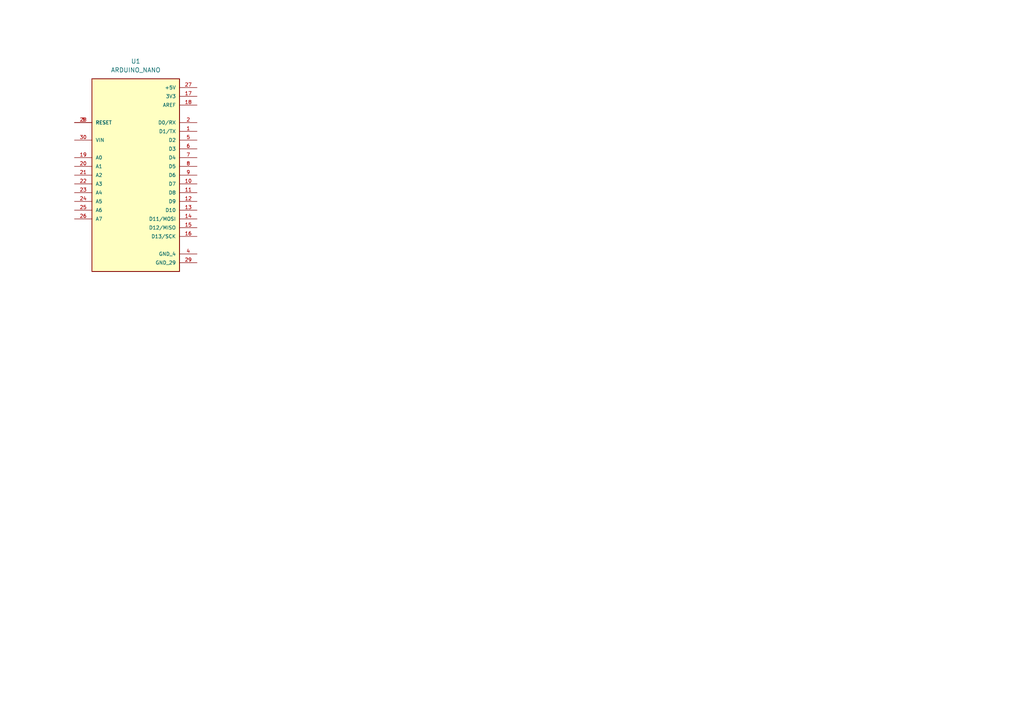
<source format=kicad_sch>
(kicad_sch (version 20250114) (generator "eeschema") (generator_version "9.0")
  (paper "A4")
  (lib_symbols
    (symbol "ARDUINO_NANO:ARDUINO_NANO" (pin_names (offset 1.016))
      (property "Reference" "U" (at -12.7 28.448 0))
      (property "Value" "ARDUINO_NANO" (at -12.7 -30.48 0))
      (symbol "ARDUINO_NANO_0_0"
        (rectangle (start -12.7 -27.94) (end 12.7 27.94) (stroke (width 0.254)) (fill (type background)))
        (pin input line (at -17.78 15.24 0) (length 5.08) (name "RESET") (number "28"))
        (pin input line (at -17.78 15.24 0) (length 5.08) (name "RESET") (number "3"))
        (pin input line (at -17.78 10.16 0) (length 5.08) (name "VIN") (number "30"))
        (pin input line (at -17.78 5.08 0) (length 5.08) (name "A0") (number "19"))
        (pin input line (at -17.78 2.54 0) (length 5.08) (name "A1") (number "20"))
        (pin input line (at -17.78 0 0) (length 5.08) (name "A2") (number "21"))
        (pin input line (at -17.78 -2.54 0) (length 5.08) (name "A3") (number "22"))
        (pin input line (at -17.78 -5.08 0) (length 5.08) (name "A4") (number "23"))
        (pin input line (at -17.78 -7.62 0) (length 5.08) (name "A5") (number "24"))
        (pin input line (at -17.78 -10.16 0) (length 5.08) (name "A6") (number "25"))
        (pin input line (at -17.78 -12.7 0) (length 5.08) (name "A7") (number "26"))
        (pin power_in line (at 17.78 25.4 180) (length 5.08) (name "+5V") (number "27"))
        (pin power_in line (at 17.78 22.86 180) (length 5.08) (name "3V3") (number "17"))
        (pin power_in line (at 17.78 20.32 180) (length 5.08) (name "AREF") (number "18"))
        (pin bidirectional line (at 17.78 15.24 180) (length 5.08) (name "D0/RX") (number "2"))
        (pin bidirectional line (at 17.78 12.7 180) (length 5.08) (name "D1/TX") (number "1"))
        (pin bidirectional line (at 17.78 10.16 180) (length 5.08) (name "D2") (number "5"))
        (pin bidirectional line (at 17.78 7.62 180) (length 5.08) (name "D3") (number "6"))
        (pin bidirectional line (at 17.78 5.08 180) (length 5.08) (name "D4") (number "7"))
        (pin bidirectional line (at 17.78 2.54 180) (length 5.08) (name "D5") (number "8"))
        (pin bidirectional line (at 17.78 0 180) (length 5.08) (name "D6") (number "9"))
        (pin bidirectional line (at 17.78 -2.54 180) (length 5.08) (name "D7") (number "10"))
        (pin bidirectional line (at 17.78 -5.08 180) (length 5.08) (name "D8") (number "11"))
        (pin bidirectional line (at 17.78 -7.62 180) (length 5.08) (name "D9") (number "12"))
        (pin bidirectional line (at 17.78 -10.16 180) (length 5.08) (name "D10") (number "13"))
        (pin bidirectional line (at 17.78 -12.7 180) (length 5.08) (name "D11/MOSI") (number "14"))
        (pin bidirectional line (at 17.78 -15.24 180) (length 5.08) (name "D12/MISO") (number "15"))
        (pin bidirectional line (at 17.78 -17.78 180) (length 5.08) (name "D13/SCK") (number "16"))
        (pin power_in line (at 17.78 -22.86 180) (length 5.08) (name "GND_4") (number "4"))
        (pin power_in line (at 17.78 -25.4 180) (length 5.08) (name "GND_29") (number "29"))
      )
    )
  )
  (symbol (lib_id "ARDUINO_NANO:ARDUINO_NANO") (at 39.37 50.8 0) (unit 1)
    (property "Reference" "U1" (at 39.37 17.78 0))
    (property "Value" "ARDUINO_NANO" (at 39.37 20.32 0))
    (property "Footprint" "ARDUINO_NANO:MODULE_ARDUINO_NANO" (effects (hide yes)))
    (property "MF" "Arduino" (effects (hide yes)))
    (property "Description_1" "Small, complete, and breadboard-friendly board based on the ATmega328 (Arduino Nano 3.x)" (effects (hide yes)))
    (property "Package" "Non-Standard Arduino" (effects (hide yes)))
    (property "Price" "None" (effects (hide yes)))
    (property "Check_prices" "https://www.snapeda.com/parts/Arduino%20Nano/Arduino/view-part/?ref=eda" (effects (hide yes)))
    (property "STANDARD" "Manufacturer Recommendations" (effects (hide yes)))
    (property "PARTREV" "30/06/2021" (effects (hide yes)))
    (property "SnapEDA_Link" "https://www.snapeda.com/parts/Arduino%20Nano/Arduino/view-part/?ref=snap" (effects (hide yes)))
    (property "MP" "Arduino Nano" (effects (hide yes)))
    (property "Availability" "Not in stock" (effects (hide yes)))
    (property "MANUFACTURER" "ARDUINO" (effects (hide yes)))
  )
)
</source>
